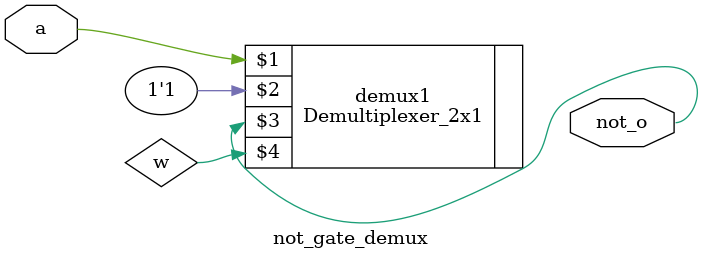
<source format=v>
`timescale 1ns / 1ps
module not_gate_demux(input a,
output not_o
    );

wire w;

Demultiplexer_2x1 demux1(a,1'b1,not_o,w);

endmodule

</source>
